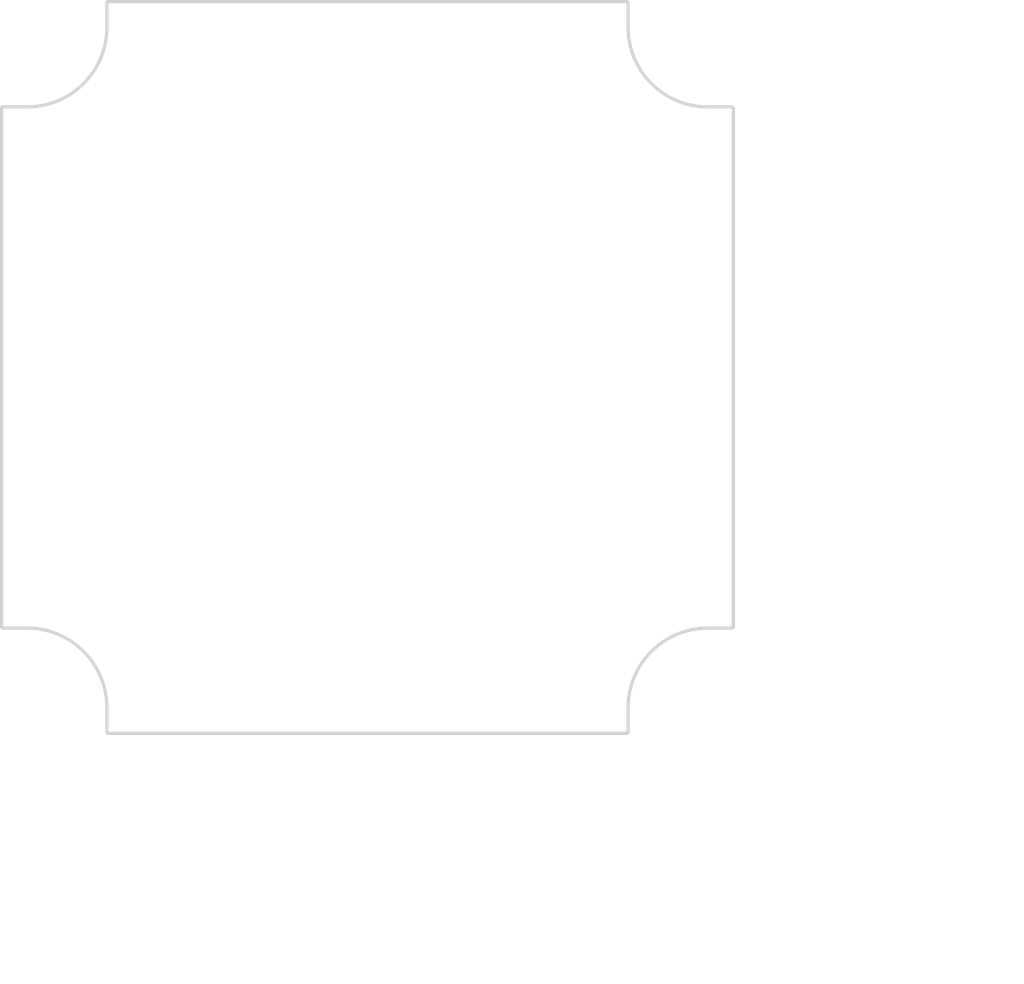
<source format=kicad_pcb>
(kicad_pcb (version 20171130) (host pcbnew "(5.1.0)-1")

  (general
    (thickness 1.6)
    (drawings 164)
    (tracks 0)
    (zones 0)
    (modules 0)
    (nets 1)
  )

  (page A4)
  (layers
    (0 F.Cu signal)
    (31 B.Cu signal)
    (32 B.Adhes user)
    (33 F.Adhes user)
    (34 B.Paste user)
    (35 F.Paste user)
    (36 B.SilkS user)
    (37 F.SilkS user)
    (38 B.Mask user)
    (39 F.Mask user)
    (40 Dwgs.User user)
    (41 Cmts.User user)
    (42 Eco1.User user)
    (43 Eco2.User user)
    (44 Edge.Cuts user)
    (45 Margin user)
    (46 B.CrtYd user)
    (47 F.CrtYd user)
    (48 B.Fab user)
    (49 F.Fab user)
  )

  (setup
    (last_trace_width 0.25)
    (trace_clearance 0.2)
    (zone_clearance 0.508)
    (zone_45_only no)
    (trace_min 0.2)
    (via_size 0.8)
    (via_drill 0.4)
    (via_min_size 0.4)
    (via_min_drill 0.3)
    (uvia_size 0.3)
    (uvia_drill 0.1)
    (uvias_allowed no)
    (uvia_min_size 0.2)
    (uvia_min_drill 0.1)
    (edge_width 0.05)
    (segment_width 0.2)
    (pcb_text_width 0.3)
    (pcb_text_size 1.5 1.5)
    (mod_edge_width 0.12)
    (mod_text_size 1 1)
    (mod_text_width 0.15)
    (pad_size 1.524 1.524)
    (pad_drill 0.762)
    (pad_to_mask_clearance 0.051)
    (solder_mask_min_width 0.25)
    (aux_axis_origin 0 0)
    (visible_elements FFFFFF7F)
    (pcbplotparams
      (layerselection 0x010fc_ffffffff)
      (usegerberextensions false)
      (usegerberattributes false)
      (usegerberadvancedattributes false)
      (creategerberjobfile false)
      (excludeedgelayer true)
      (linewidth 0.152400)
      (plotframeref false)
      (viasonmask false)
      (mode 1)
      (useauxorigin false)
      (hpglpennumber 1)
      (hpglpenspeed 20)
      (hpglpendiameter 15.000000)
      (psnegative false)
      (psa4output false)
      (plotreference true)
      (plotvalue true)
      (plotinvisibletext false)
      (padsonsilk false)
      (subtractmaskfromsilk false)
      (outputformat 1)
      (mirror false)
      (drillshape 1)
      (scaleselection 1)
      (outputdirectory ""))
  )

  (net 0 "")

  (net_class Default "This is the default net class."
    (clearance 0.2)
    (trace_width 0.25)
    (via_dia 0.8)
    (via_drill 0.4)
    (uvia_dia 0.3)
    (uvia_drill 0.1)
  )

  (gr_line (start 160.044242 67.869467) (end 128.313464 67.869467) (layer Edge.Cuts) (width 0.2))
  (gr_line (start 123.328853 74.319467) (end 121.863464 74.319467) (layer Edge.Cuts) (width 0.2))
  (gr_curve (pts (xy 128.263503 67.882842) (xy 128.259734 67.885018) (xy 128.256109 67.88744) (xy 128.252658 67.890088)) (layer Edge.Cuts) (width 0.2))
  (gr_curve (pts (xy 128.300402 67.870323) (xy 128.296076 67.870892) (xy 128.291789 67.871745) (xy 128.287578 67.872873)) (layer Edge.Cuts) (width 0.2))
  (gr_curve (pts (xy 121.863464 74.319467) (xy 121.859095 74.319467) (xy 121.854729 74.319754) (xy 121.850402 74.320323)) (layer Edge.Cuts) (width 0.2))
  (gr_curve (pts (xy 121.764491 74.406234) (xy 121.763921 74.410561) (xy 121.763635 74.414927) (xy 121.763635 74.419296)) (layer Edge.Cuts) (width 0.2))
  (gr_curve (pts (xy 128.252658 67.890088) (xy 128.250932 67.891412) (xy 128.24925 67.892793) (xy 128.247615 67.894227)) (layer Edge.Cuts) (width 0.2))
  (gr_curve (pts (xy 128.218938 67.937156) (xy 128.218237 67.939218) (xy 128.217605 67.941305) (xy 128.217041 67.94341)) (layer Edge.Cuts) (width 0.2))
  (gr_curve (pts (xy 121.813503 74.332842) (xy 121.809734 74.335018) (xy 121.806109 74.33744) (xy 121.802658 74.340088)) (layer Edge.Cuts) (width 0.2))
  (gr_curve (pts (xy 121.788394 74.353447) (xy 121.78696 74.355082) (xy 121.78558 74.356764) (xy 121.784256 74.35849)) (layer Edge.Cuts) (width 0.2))
  (gr_curve (pts (xy 121.831323 74.32477) (xy 121.827198 74.32617) (xy 121.823165 74.32784) (xy 121.819261 74.329765)) (layer Edge.Cuts) (width 0.2))
  (gr_curve (pts (xy 121.767041 74.39341) (xy 121.765913 74.397621) (xy 121.76506 74.401908) (xy 121.764491 74.406234)) (layer Edge.Cuts) (width 0.2))
  (gr_curve (pts (xy 121.797615 74.344227) (xy 121.794344 74.347094) (xy 121.791262 74.350176) (xy 121.788394 74.353447)) (layer Edge.Cuts) (width 0.2))
  (gr_curve (pts (xy 128.238394 67.903447) (xy 128.23696 67.905082) (xy 128.23558 67.906764) (xy 128.234256 67.90849)) (layer Edge.Cuts) (width 0.2))
  (gr_curve (pts (xy 121.837578 74.322873) (xy 121.835473 74.323437) (xy 121.833386 74.324069) (xy 121.831323 74.32477)) (layer Edge.Cuts) (width 0.2))
  (gr_curve (pts (xy 121.784256 74.35849) (xy 121.781608 74.361941) (xy 121.779186 74.365566) (xy 121.77701 74.369335)) (layer Edge.Cuts) (width 0.2))
  (gr_line (start 128.213635 67.969296) (end 128.213635 69.434685) (layer Edge.Cuts) (width 0.2))
  (gr_curve (pts (xy 128.247615 67.894227) (xy 128.244344 67.897094) (xy 128.241262 67.900176) (xy 128.238394 67.903447)) (layer Edge.Cuts) (width 0.2))
  (gr_curve (pts (xy 128.234256 67.90849) (xy 128.231608 67.911941) (xy 128.229186 67.915566) (xy 128.22701 67.919335)) (layer Edge.Cuts) (width 0.2))
  (gr_curve (pts (xy 128.217041 67.94341) (xy 128.215913 67.947621) (xy 128.21506 67.951908) (xy 128.214491 67.956234)) (layer Edge.Cuts) (width 0.2))
  (gr_line (start 121.763635 74.419296) (end 121.763635 106.150074) (layer Edge.Cuts) (width 0.2))
  (gr_curve (pts (xy 121.850402 74.320323) (xy 121.846076 74.320892) (xy 121.841789 74.321745) (xy 121.837578 74.322873)) (layer Edge.Cuts) (width 0.2))
  (gr_curve (pts (xy 128.287578 67.872873) (xy 128.285473 67.873437) (xy 128.283386 67.874069) (xy 128.281323 67.87477)) (layer Edge.Cuts) (width 0.2))
  (gr_curve (pts (xy 128.223933 67.925093) (xy 128.222008 67.928997) (xy 128.220338 67.93303) (xy 128.218938 67.937156)) (layer Edge.Cuts) (width 0.2))
  (gr_curve (pts (xy 128.281323 67.87477) (xy 128.277198 67.87617) (xy 128.273165 67.87784) (xy 128.269261 67.879765)) (layer Edge.Cuts) (width 0.2))
  (gr_curve (pts (xy 128.22701 67.919335) (xy 128.225922 67.92122) (xy 128.224896 67.92314) (xy 128.223933 67.925093)) (layer Edge.Cuts) (width 0.2))
  (gr_curve (pts (xy 121.77701 74.369335) (xy 121.775922 74.37122) (xy 121.774896 74.37314) (xy 121.773933 74.375093)) (layer Edge.Cuts) (width 0.2))
  (gr_curve (pts (xy 121.773933 74.375093) (xy 121.772008 74.378997) (xy 121.770338 74.38303) (xy 121.768938 74.387156)) (layer Edge.Cuts) (width 0.2))
  (gr_curve (pts (xy 121.802658 74.340088) (xy 121.800932 74.341412) (xy 121.79925 74.342793) (xy 121.797615 74.344227)) (layer Edge.Cuts) (width 0.2))
  (gr_arc (start 123.328853 69.434685) (end 123.328853 74.319467) (angle -90) (layer Edge.Cuts) (width 0.2))
  (gr_curve (pts (xy 128.313464 67.869467) (xy 128.309095 67.869467) (xy 128.304729 67.869754) (xy 128.300402 67.870323)) (layer Edge.Cuts) (width 0.2))
  (gr_curve (pts (xy 128.269261 67.879765) (xy 128.267308 67.880728) (xy 128.265388 67.881754) (xy 128.263503 67.882842)) (layer Edge.Cuts) (width 0.2))
  (gr_curve (pts (xy 128.214491 67.956234) (xy 128.213921 67.960561) (xy 128.213635 67.964927) (xy 128.213635 67.969296)) (layer Edge.Cuts) (width 0.2))
  (gr_curve (pts (xy 121.819261 74.329765) (xy 121.817308 74.330728) (xy 121.815388 74.331754) (xy 121.813503 74.332842)) (layer Edge.Cuts) (width 0.2))
  (gr_curve (pts (xy 121.768938 74.387156) (xy 121.768237 74.389218) (xy 121.767605 74.391305) (xy 121.767041 74.39341)) (layer Edge.Cuts) (width 0.2))
  (gr_curve (pts (xy 128.281323 112.694601) (xy 128.283386 112.695301) (xy 128.285473 112.695933) (xy 128.287578 112.696497)) (layer Edge.Cuts) (width 0.2))
  (gr_curve (pts (xy 128.300402 112.699047) (xy 128.304729 112.699617) (xy 128.309095 112.699903) (xy 128.313464 112.699903)) (layer Edge.Cuts) (width 0.2))
  (gr_curve (pts (xy 128.263503 112.686528) (xy 128.265388 112.687616) (xy 128.267308 112.688643) (xy 128.269261 112.689605)) (layer Edge.Cuts) (width 0.2))
  (gr_curve (pts (xy 128.214491 112.613136) (xy 128.21506 112.617462) (xy 128.215913 112.621749) (xy 128.217041 112.62596)) (layer Edge.Cuts) (width 0.2))
  (gr_curve (pts (xy 128.218938 112.632215) (xy 128.220338 112.636341) (xy 128.222008 112.640373) (xy 128.223933 112.644277)) (layer Edge.Cuts) (width 0.2))
  (gr_curve (pts (xy 128.234256 112.660881) (xy 128.23558 112.662606) (xy 128.23696 112.664288) (xy 128.238394 112.665924)) (layer Edge.Cuts) (width 0.2))
  (gr_curve (pts (xy 128.287578 112.696497) (xy 128.291789 112.697625) (xy 128.296076 112.698478) (xy 128.300402 112.699047)) (layer Edge.Cuts) (width 0.2))
  (gr_line (start 128.213635 111.134685) (end 128.213635 112.600074) (layer Edge.Cuts) (width 0.2))
  (gr_curve (pts (xy 128.252658 112.679282) (xy 128.256109 112.68193) (xy 128.259734 112.684352) (xy 128.263503 112.686528)) (layer Edge.Cuts) (width 0.2))
  (gr_line (start 121.863464 106.249903) (end 123.328853 106.249903) (layer Edge.Cuts) (width 0.2))
  (gr_curve (pts (xy 128.269261 112.689605) (xy 128.273165 112.69153) (xy 128.277198 112.6932) (xy 128.281323 112.694601)) (layer Edge.Cuts) (width 0.2))
  (gr_curve (pts (xy 128.238394 112.665924) (xy 128.241262 112.669194) (xy 128.244344 112.672276) (xy 128.247615 112.675144)) (layer Edge.Cuts) (width 0.2))
  (gr_curve (pts (xy 128.217041 112.62596) (xy 128.217605 112.628065) (xy 128.218237 112.630152) (xy 128.218938 112.632215)) (layer Edge.Cuts) (width 0.2))
  (gr_curve (pts (xy 128.22701 112.650035) (xy 128.229186 112.653804) (xy 128.231608 112.657429) (xy 128.234256 112.660881)) (layer Edge.Cuts) (width 0.2))
  (gr_curve (pts (xy 128.247615 112.675144) (xy 128.24925 112.676578) (xy 128.250932 112.677958) (xy 128.252658 112.679282)) (layer Edge.Cuts) (width 0.2))
  (gr_curve (pts (xy 128.213635 112.600074) (xy 128.213635 112.604443) (xy 128.213921 112.608809) (xy 128.214491 112.613136)) (layer Edge.Cuts) (width 0.2))
  (gr_arc (start 123.328853 111.134685) (end 128.213635 111.134685) (angle -90) (layer Edge.Cuts) (width 0.2))
  (gr_curve (pts (xy 128.223933 112.644277) (xy 128.224896 112.64623) (xy 128.225922 112.64815) (xy 128.22701 112.650035)) (layer Edge.Cuts) (width 0.2))
  (gr_line (start 128.313464 112.699903) (end 160.044242 112.699903) (layer Edge.Cuts) (width 0.2))
  (gr_curve (pts (xy 121.837578 106.246497) (xy 121.841789 106.247625) (xy 121.846076 106.248478) (xy 121.850402 106.249047)) (layer Edge.Cuts) (width 0.2))
  (gr_curve (pts (xy 121.802658 106.229282) (xy 121.806109 106.23193) (xy 121.809734 106.234352) (xy 121.813503 106.236528)) (layer Edge.Cuts) (width 0.2))
  (gr_curve (pts (xy 121.850402 106.249047) (xy 121.854729 106.249617) (xy 121.859095 106.249903) (xy 121.863464 106.249903)) (layer Edge.Cuts) (width 0.2))
  (gr_curve (pts (xy 121.831323 106.244601) (xy 121.833386 106.245301) (xy 121.835473 106.245933) (xy 121.837578 106.246497)) (layer Edge.Cuts) (width 0.2))
  (gr_curve (pts (xy 121.819261 106.239605) (xy 121.823165 106.24153) (xy 121.827198 106.2432) (xy 121.831323 106.244601)) (layer Edge.Cuts) (width 0.2))
  (gr_curve (pts (xy 121.813503 106.236528) (xy 121.815388 106.237616) (xy 121.817308 106.238643) (xy 121.819261 106.239605)) (layer Edge.Cuts) (width 0.2))
  (gr_curve (pts (xy 121.768938 106.182215) (xy 121.770338 106.186341) (xy 121.772008 106.190373) (xy 121.773933 106.194277)) (layer Edge.Cuts) (width 0.2))
  (gr_curve (pts (xy 121.77701 106.200035) (xy 121.779186 106.203804) (xy 121.781608 106.207429) (xy 121.784256 106.210881)) (layer Edge.Cuts) (width 0.2))
  (gr_curve (pts (xy 121.784256 106.210881) (xy 121.78558 106.212606) (xy 121.78696 106.214288) (xy 121.788394 106.215924)) (layer Edge.Cuts) (width 0.2))
  (gr_curve (pts (xy 121.788394 106.215924) (xy 121.791262 106.219194) (xy 121.794344 106.222276) (xy 121.797615 106.225144)) (layer Edge.Cuts) (width 0.2))
  (gr_curve (pts (xy 121.797615 106.225144) (xy 121.79925 106.226578) (xy 121.800932 106.227958) (xy 121.802658 106.229282)) (layer Edge.Cuts) (width 0.2))
  (gr_curve (pts (xy 121.763635 106.150074) (xy 121.763635 106.154443) (xy 121.763921 106.158809) (xy 121.764491 106.163136)) (layer Edge.Cuts) (width 0.2))
  (gr_curve (pts (xy 121.773933 106.194277) (xy 121.774896 106.19623) (xy 121.775922 106.19815) (xy 121.77701 106.200035)) (layer Edge.Cuts) (width 0.2))
  (gr_curve (pts (xy 121.767041 106.17596) (xy 121.767605 106.178065) (xy 121.768237 106.180152) (xy 121.768938 106.182215)) (layer Edge.Cuts) (width 0.2))
  (gr_curve (pts (xy 121.764491 106.163136) (xy 121.76506 106.167462) (xy 121.765913 106.171749) (xy 121.767041 106.17596)) (layer Edge.Cuts) (width 0.2))
  (gr_arc (start 165.028853 111.134685) (end 165.028853 106.249903) (angle -90) (layer Edge.Cuts) (width 0.2))
  (gr_line (start 160.144071 112.600074) (end 160.144071 111.134685) (layer Edge.Cuts) (width 0.2))
  (gr_curve (pts (xy 160.143215 112.613136) (xy 160.143785 112.608809) (xy 160.144071 112.604443) (xy 160.144071 112.600074)) (layer Edge.Cuts) (width 0.2))
  (gr_curve (pts (xy 160.088445 112.689605) (xy 160.090398 112.688643) (xy 160.092318 112.687616) (xy 160.094203 112.686528)) (layer Edge.Cuts) (width 0.2))
  (gr_curve (pts (xy 160.133773 112.644277) (xy 160.135698 112.640373) (xy 160.137368 112.636341) (xy 160.138768 112.632215)) (layer Edge.Cuts) (width 0.2))
  (gr_curve (pts (xy 160.140665 112.62596) (xy 160.141793 112.621749) (xy 160.142646 112.617462) (xy 160.143215 112.613136)) (layer Edge.Cuts) (width 0.2))
  (gr_curve (pts (xy 160.044242 112.699903) (xy 160.048611 112.699903) (xy 160.052977 112.699617) (xy 160.057304 112.699047)) (layer Edge.Cuts) (width 0.2))
  (gr_curve (pts (xy 160.110091 112.675144) (xy 160.113362 112.672276) (xy 160.116444 112.669194) (xy 160.119312 112.665924)) (layer Edge.Cuts) (width 0.2))
  (gr_curve (pts (xy 160.094203 112.686528) (xy 160.097972 112.684352) (xy 160.101597 112.68193) (xy 160.105049 112.679282)) (layer Edge.Cuts) (width 0.2))
  (gr_curve (pts (xy 160.057304 112.699047) (xy 160.06163 112.698478) (xy 160.065917 112.697625) (xy 160.070128 112.696497)) (layer Edge.Cuts) (width 0.2))
  (gr_curve (pts (xy 160.076383 112.694601) (xy 160.080508 112.6932) (xy 160.084541 112.69153) (xy 160.088445 112.689605)) (layer Edge.Cuts) (width 0.2))
  (gr_curve (pts (xy 160.105049 112.679282) (xy 160.106774 112.677958) (xy 160.108456 112.676578) (xy 160.110091 112.675144)) (layer Edge.Cuts) (width 0.2))
  (gr_curve (pts (xy 160.130696 112.650035) (xy 160.131784 112.64815) (xy 160.13281 112.64623) (xy 160.133773 112.644277)) (layer Edge.Cuts) (width 0.2))
  (gr_curve (pts (xy 160.119312 112.665924) (xy 160.120746 112.664288) (xy 160.122126 112.662606) (xy 160.12345 112.660881)) (layer Edge.Cuts) (width 0.2))
  (gr_curve (pts (xy 160.138768 112.632215) (xy 160.139469 112.630152) (xy 160.140101 112.628065) (xy 160.140665 112.62596)) (layer Edge.Cuts) (width 0.2))
  (gr_curve (pts (xy 160.12345 112.660881) (xy 160.126098 112.657429) (xy 160.12852 112.653804) (xy 160.130696 112.650035)) (layer Edge.Cuts) (width 0.2))
  (gr_curve (pts (xy 160.070128 112.696497) (xy 160.072233 112.695933) (xy 160.07432 112.695301) (xy 160.076383 112.694601)) (layer Edge.Cuts) (width 0.2))
  (gr_curve (pts (xy 166.555049 106.229282) (xy 166.556774 106.227958) (xy 166.558456 106.226578) (xy 166.560091 106.225144)) (layer Edge.Cuts) (width 0.2))
  (gr_curve (pts (xy 166.560091 106.225144) (xy 166.563362 106.222276) (xy 166.566444 106.219194) (xy 166.569312 106.215924)) (layer Edge.Cuts) (width 0.2))
  (gr_curve (pts (xy 166.569312 106.215924) (xy 166.570746 106.214288) (xy 166.572126 106.212606) (xy 166.57345 106.210881)) (layer Edge.Cuts) (width 0.2))
  (gr_line (start 166.594071 106.150074) (end 166.594071 74.419296) (layer Edge.Cuts) (width 0.2))
  (gr_curve (pts (xy 166.580696 106.200035) (xy 166.581784 106.19815) (xy 166.58281 106.19623) (xy 166.583773 106.194277)) (layer Edge.Cuts) (width 0.2))
  (gr_curve (pts (xy 166.588768 106.182215) (xy 166.589469 106.180152) (xy 166.590101 106.178065) (xy 166.590665 106.17596)) (layer Edge.Cuts) (width 0.2))
  (gr_curve (pts (xy 166.590665 106.17596) (xy 166.591793 106.171749) (xy 166.592646 106.167462) (xy 166.593215 106.163136)) (layer Edge.Cuts) (width 0.2))
  (gr_curve (pts (xy 166.593215 106.163136) (xy 166.593785 106.158809) (xy 166.594071 106.154443) (xy 166.594071 106.150074)) (layer Edge.Cuts) (width 0.2))
  (gr_curve (pts (xy 166.544203 106.236528) (xy 166.547972 106.234352) (xy 166.551597 106.23193) (xy 166.555049 106.229282)) (layer Edge.Cuts) (width 0.2))
  (gr_curve (pts (xy 166.57345 106.210881) (xy 166.576098 106.207429) (xy 166.57852 106.203804) (xy 166.580696 106.200035)) (layer Edge.Cuts) (width 0.2))
  (gr_line (start 165.028853 106.249903) (end 166.494242 106.249903) (layer Edge.Cuts) (width 0.2))
  (gr_curve (pts (xy 166.507304 106.249047) (xy 166.51163 106.248478) (xy 166.515917 106.247625) (xy 166.520128 106.246497)) (layer Edge.Cuts) (width 0.2))
  (gr_curve (pts (xy 166.583773 106.194277) (xy 166.585698 106.190373) (xy 166.587368 106.186341) (xy 166.588768 106.182215)) (layer Edge.Cuts) (width 0.2))
  (gr_curve (pts (xy 166.494242 106.249903) (xy 166.498611 106.249903) (xy 166.502977 106.249617) (xy 166.507304 106.249047)) (layer Edge.Cuts) (width 0.2))
  (gr_curve (pts (xy 166.520128 106.246497) (xy 166.522233 106.245933) (xy 166.52432 106.245301) (xy 166.526383 106.244601)) (layer Edge.Cuts) (width 0.2))
  (gr_curve (pts (xy 166.526383 106.244601) (xy 166.530508 106.2432) (xy 166.534541 106.24153) (xy 166.538445 106.239605)) (layer Edge.Cuts) (width 0.2))
  (gr_curve (pts (xy 166.538445 106.239605) (xy 166.540398 106.238643) (xy 166.542318 106.237616) (xy 166.544203 106.236528)) (layer Edge.Cuts) (width 0.2))
  (gr_line (start 166.494242 74.319467) (end 165.028853 74.319467) (layer Edge.Cuts) (width 0.2))
  (gr_arc (start 165.028853 69.434685) (end 160.144071 69.434685) (angle -90) (layer Edge.Cuts) (width 0.2))
  (gr_curve (pts (xy 166.594071 74.419296) (xy 166.594071 74.414927) (xy 166.593785 74.410561) (xy 166.593215 74.406234)) (layer Edge.Cuts) (width 0.2))
  (gr_curve (pts (xy 166.526383 74.32477) (xy 166.52432 74.324069) (xy 166.522233 74.323437) (xy 166.520128 74.322873)) (layer Edge.Cuts) (width 0.2))
  (gr_curve (pts (xy 166.555049 74.340088) (xy 166.551597 74.33744) (xy 166.547972 74.335018) (xy 166.544203 74.332842)) (layer Edge.Cuts) (width 0.2))
  (gr_curve (pts (xy 166.590665 74.39341) (xy 166.590101 74.391305) (xy 166.589469 74.389218) (xy 166.588768 74.387156)) (layer Edge.Cuts) (width 0.2))
  (gr_curve (pts (xy 166.588768 74.387156) (xy 166.587368 74.38303) (xy 166.585698 74.378997) (xy 166.583773 74.375093)) (layer Edge.Cuts) (width 0.2))
  (gr_curve (pts (xy 166.583773 74.375093) (xy 166.58281 74.37314) (xy 166.581784 74.37122) (xy 166.580696 74.369335)) (layer Edge.Cuts) (width 0.2))
  (gr_curve (pts (xy 166.593215 74.406234) (xy 166.592646 74.401908) (xy 166.591793 74.397621) (xy 166.590665 74.39341)) (layer Edge.Cuts) (width 0.2))
  (gr_curve (pts (xy 166.569312 74.353447) (xy 166.566444 74.350176) (xy 166.563362 74.347094) (xy 166.560091 74.344227)) (layer Edge.Cuts) (width 0.2))
  (gr_curve (pts (xy 166.544203 74.332842) (xy 166.542318 74.331754) (xy 166.540398 74.330728) (xy 166.538445 74.329765)) (layer Edge.Cuts) (width 0.2))
  (gr_curve (pts (xy 166.538445 74.329765) (xy 166.534541 74.32784) (xy 166.530508 74.32617) (xy 166.526383 74.32477)) (layer Edge.Cuts) (width 0.2))
  (gr_curve (pts (xy 166.580696 74.369335) (xy 166.57852 74.365566) (xy 166.576098 74.361941) (xy 166.57345 74.35849)) (layer Edge.Cuts) (width 0.2))
  (gr_curve (pts (xy 166.520128 74.322873) (xy 166.515917 74.321745) (xy 166.51163 74.320892) (xy 166.507304 74.320323)) (layer Edge.Cuts) (width 0.2))
  (gr_curve (pts (xy 166.57345 74.35849) (xy 166.572126 74.356764) (xy 166.570746 74.355082) (xy 166.569312 74.353447)) (layer Edge.Cuts) (width 0.2))
  (gr_curve (pts (xy 166.507304 74.320323) (xy 166.502977 74.319754) (xy 166.498611 74.319467) (xy 166.494242 74.319467)) (layer Edge.Cuts) (width 0.2))
  (gr_curve (pts (xy 166.560091 74.344227) (xy 166.558456 74.342793) (xy 166.556774 74.341412) (xy 166.555049 74.340088)) (layer Edge.Cuts) (width 0.2))
  (gr_curve (pts (xy 160.144071 67.969296) (xy 160.144071 67.964927) (xy 160.143785 67.960561) (xy 160.143215 67.956234)) (layer Edge.Cuts) (width 0.2))
  (gr_curve (pts (xy 160.140665 67.94341) (xy 160.140101 67.941305) (xy 160.139469 67.939218) (xy 160.138768 67.937156)) (layer Edge.Cuts) (width 0.2))
  (gr_curve (pts (xy 160.143215 67.956234) (xy 160.142646 67.951908) (xy 160.141793 67.947621) (xy 160.140665 67.94341)) (layer Edge.Cuts) (width 0.2))
  (gr_curve (pts (xy 160.138768 67.937156) (xy 160.137368 67.93303) (xy 160.135698 67.928997) (xy 160.133773 67.925093)) (layer Edge.Cuts) (width 0.2))
  (gr_curve (pts (xy 160.133773 67.925093) (xy 160.13281 67.92314) (xy 160.131784 67.92122) (xy 160.130696 67.919335)) (layer Edge.Cuts) (width 0.2))
  (gr_curve (pts (xy 160.12345 67.90849) (xy 160.122126 67.906764) (xy 160.120746 67.905082) (xy 160.119312 67.903447)) (layer Edge.Cuts) (width 0.2))
  (gr_line (start 160.144071 69.434685) (end 160.144071 67.969296) (layer Edge.Cuts) (width 0.2))
  (gr_curve (pts (xy 160.094203 67.882842) (xy 160.092318 67.881754) (xy 160.090398 67.880728) (xy 160.088445 67.879765)) (layer Edge.Cuts) (width 0.2))
  (gr_curve (pts (xy 160.088445 67.879765) (xy 160.084541 67.87784) (xy 160.080508 67.87617) (xy 160.076383 67.87477)) (layer Edge.Cuts) (width 0.2))
  (gr_curve (pts (xy 160.070128 67.872873) (xy 160.065917 67.871745) (xy 160.06163 67.870892) (xy 160.057304 67.870323)) (layer Edge.Cuts) (width 0.2))
  (gr_curve (pts (xy 160.057304 67.870323) (xy 160.052977 67.869754) (xy 160.048611 67.869467) (xy 160.044242 67.869467)) (layer Edge.Cuts) (width 0.2))
  (gr_curve (pts (xy 160.110091 67.894227) (xy 160.108456 67.892793) (xy 160.106774 67.891412) (xy 160.105049 67.890088)) (layer Edge.Cuts) (width 0.2))
  (gr_curve (pts (xy 160.105049 67.890088) (xy 160.101597 67.88744) (xy 160.097972 67.885018) (xy 160.094203 67.882842)) (layer Edge.Cuts) (width 0.2))
  (gr_curve (pts (xy 160.130696 67.919335) (xy 160.12852 67.915566) (xy 160.126098 67.911941) (xy 160.12345 67.90849)) (layer Edge.Cuts) (width 0.2))
  (gr_curve (pts (xy 160.119312 67.903447) (xy 160.116444 67.900176) (xy 160.113362 67.897094) (xy 160.110091 67.894227)) (layer Edge.Cuts) (width 0.2))
  (gr_curve (pts (xy 160.076383 67.87477) (xy 160.07432 67.874069) (xy 160.072233 67.873437) (xy 160.070128 67.872873)) (layer Edge.Cuts) (width 0.2))
  (gr_text [1.76] (at 180.380012 89.506343) (layer Dwgs.User)
    (effects (font (size 1.7 1.53) (thickness 0.2125)))
  )
  (gr_text " 44.83" (at 180.380012 85.948328) (layer Dwgs.User)
    (effects (font (size 1.7 1.53) (thickness 0.2125)))
  )
  (gr_line (start 180.380012 110.699903) (end 180.380012 91.174897) (layer Dwgs.User) (width 0.2))
  (gr_line (start 180.380012 69.869467) (end 180.380012 84.058867) (layer Dwgs.User) (width 0.2))
  (gr_line (start 161.044242 112.699903) (end 183.555012 112.699903) (layer Dwgs.User) (width 0.2))
  (gr_line (start 161.044242 67.869467) (end 183.555012 67.869467) (layer Dwgs.User) (width 0.2))
  (gr_text [1.25] (at 172.933818 96.364679) (layer Dwgs.User)
    (effects (font (size 1.7 1.53) (thickness 0.2125)))
  )
  (gr_text " 31.73" (at 172.933818 92.806664) (layer Dwgs.User)
    (effects (font (size 1.7 1.53) (thickness 0.2125)))
  )
  (gr_line (start 172.933818 104.150074) (end 172.933818 98.033233) (layer Dwgs.User) (width 0.2))
  (gr_line (start 172.933818 76.419296) (end 172.933818 90.917203) (layer Dwgs.User) (width 0.2))
  (gr_line (start 167.594071 106.150074) (end 176.108818 106.150074) (layer Dwgs.User) (width 0.2))
  (gr_line (start 167.594071 74.419296) (end 176.108818 74.419296) (layer Dwgs.User) (width 0.2))
  (gr_text [R0.19] (at 151.874214 106.164508) (layer Dwgs.User)
    (effects (font (size 1.7 1.53) (thickness 0.2125)))
  )
  (gr_text " R4.88" (at 151.874214 102.607073) (layer Dwgs.User)
    (effects (font (size 1.7 1.53) (thickness 0.2125)))
  )
  (gr_line (start 158.344985 104.275047) (end 160.224163 106.203643) (layer Dwgs.User) (width 0.2))
  (gr_line (start 156.344985 104.275047) (end 158.344985 104.275047) (layer Dwgs.User) (width 0.2))
  (gr_text [1.25] (at 151.053923 120.685722) (layer Dwgs.User)
    (effects (font (size 1.7 1.53) (thickness 0.2125)))
  )
  (gr_text " 31.73" (at 151.053923 117.127707) (layer Dwgs.User)
    (effects (font (size 1.7 1.53) (thickness 0.2125)))
  )
  (gr_line (start 130.313464 118.796261) (end 147.006412 118.796261) (layer Dwgs.User) (width 0.2))
  (gr_line (start 158.044242 118.796261) (end 155.101433 118.796261) (layer Dwgs.User) (width 0.2))
  (gr_line (start 128.313464 113.699903) (end 128.313464 121.971261) (layer Dwgs.User) (width 0.2))
  (gr_line (start 160.044242 113.699903) (end 160.044242 121.971261) (layer Dwgs.User) (width 0.2))
  (gr_text [1.76] (at 141.385469 126.675711) (layer Dwgs.User)
    (effects (font (size 1.7 1.53) (thickness 0.2125)))
  )
  (gr_text " 44.83" (at 141.385469 123.117696) (layer Dwgs.User)
    (effects (font (size 1.7 1.53) (thickness 0.2125)))
  )
  (gr_line (start 123.763635 124.78625) (end 137.337958 124.78625) (layer Dwgs.User) (width 0.2))
  (gr_line (start 164.594071 124.78625) (end 145.432979 124.78625) (layer Dwgs.User) (width 0.2))
  (gr_line (start 121.763635 107.150074) (end 121.763635 127.96125) (layer Dwgs.User) (width 0.2))
  (gr_line (start 166.594071 107.150074) (end 166.594071 127.96125) (layer Dwgs.User) (width 0.2))

)

</source>
